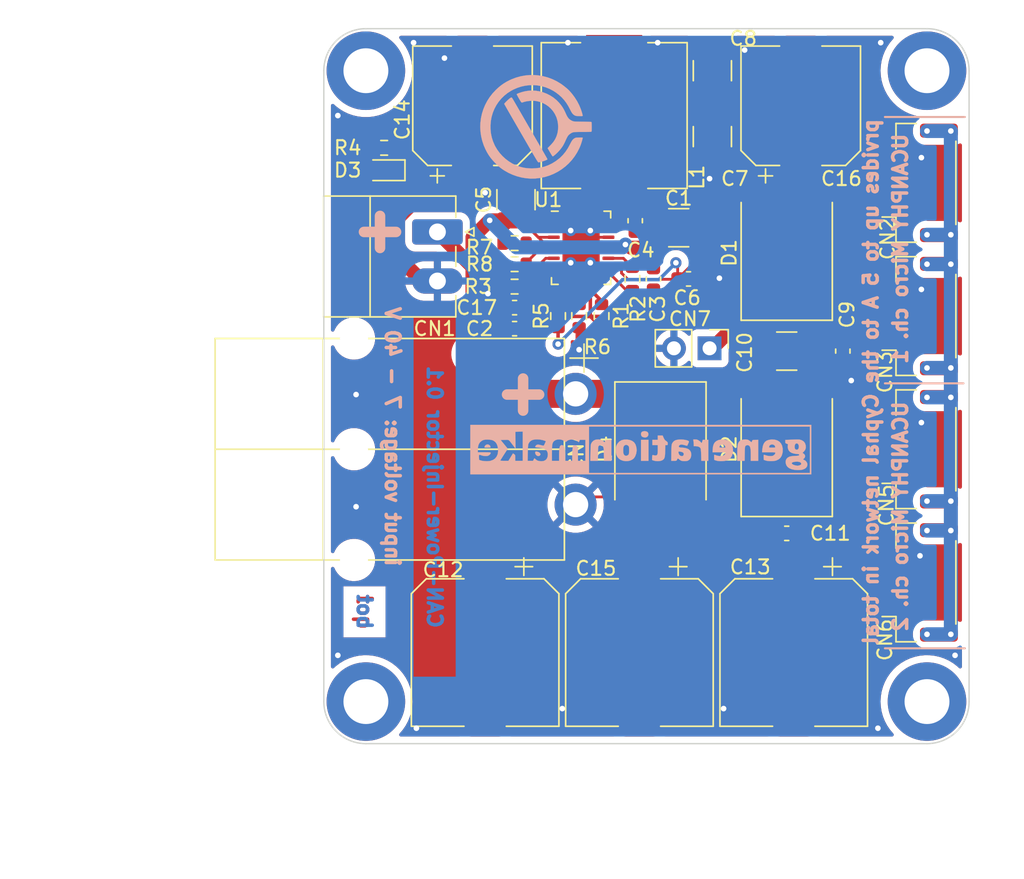
<source format=kicad_pcb>
(kicad_pcb (version 20211014) (generator pcbnew)
  (title_block (title "CAN-Power-Injector") (date "2022-11-06") (rev "0.1") (company "107-systems"))
  (layers (0 "F.Cu" signal) (31 "B.Cu" signal) (34 "B.Paste" user) (35 "F.Paste" user) (36 "B.SilkS" user "B.Silkscreen") (37 "F.SilkS" user "F.Silkscreen") (38 "B.Mask" user) (39 "F.Mask" user) (44 "Edge.Cuts" user))
  (net 0 "")
  (net 1 "+BATT")
  (net 2 "GND")
  (net 3 "VCC")
  (net 4 "/AVCC")
  (net 5 "/PVCC")
  (net 6 "/BOOT")
  (net 7 "/PHASE")
  (net 8 "/PG")
  (net 9 "/SET")
  (net 14 "/CAN1VCC")
  (net 15 "/CAN2VCC")
  (net 16 "/CAN1H")
  (net 17 "/CAN1L")
  (net 18 "/CAN2H")
  (net 19 "/CAN2L")
  (net 20 "Net-(D3-Pad2)")
  (net 21 "/FB")
  (net 22 "/SS")
  (net 23 "/EN")
  (net 24 "/MP")
  (footprint "generationmake:generationmake_small_solder" (layer "F.Cu") (at 116.98095 126.23645)
    (fp_text reference "L3" hide)
    (fp_text value "Label" hide)
  )
  (footprint "Capacitor_SMD:CP_Elec_10x10" (layer "F.Cu") (at 114.5 131.5 -90)
    (fp_text reference "C15")
    (fp_text value "220 uF / 50 V")
  )
  (footprint "Capacitor_SMD:CP_Elec_8x10" (layer "F.Cu") (at 126 92.5 90)
    (fp_text reference "C16")
    (fp_text value "1000 uF / 10 V")
  )
  (footprint "Connector_JST:JST_GH_SM04B-GHS-TB_1x04-1MP_P1.25mm_Horizontal" (layer "F.Cu") (at 134.5 107.5 90)
    (fp_text reference "CN3")
    (fp_text value "SM04B-GHS-TB")
  )
  (footprint "Capacitor_SMD:C_1210_3225Metric" (layer "F.Cu") (at 105.7 99.2 90)
    (fp_text reference "C5")
    (fp_text value "4.7uF 50V")
  )
  (footprint "Capacitor_SMD:CP_Elec_10x10" (layer "F.Cu") (at 103.5 131.5 -90)
    (fp_text reference "C12")
    (fp_text value "220 uF / 50 V")
  )
  (footprint "Connector_JST:JST_GH_SM04B-GHS-TB_1x04-1MP_P1.25mm_Horizontal" (layer "F.Cu") (at 134.5 117 90)
    (fp_text reference "CN5")
    (fp_text value "SM04B-GHS-TB")
  )
  (footprint "Inductor_SMD:L_Wuerth_HCI-1050" (layer "F.Cu") (at 112.7 93.2 90)
    (fp_text reference "L1")
    (fp_text value "7443251000 (10 uH)")
  )
  (footprint "Resistor_SMD:R_0603_1608Metric" (layer "F.Cu") (at 108.7 107.5 90)
    (fp_text reference "R5")
    (fp_text value "120k")
  )
  (footprint "Capacitor_SMD:C_1210_3225Metric" (layer "F.Cu") (at 125 110)
    (fp_text reference "C10")
    (fp_text value "47uF 10V")
  )
  (footprint "Capacitor_SMD:CP_Elec_10x10" (layer "F.Cu") (at 125.5 131.5 -90)
    (fp_text reference "C13")
    (fp_text value "220 uF / 50 V")
  )
  (footprint "Capacitor_SMD:C_0603_1608Metric" (layer "F.Cu") (at 118 104.851174)
    (fp_text reference "C6")
    (fp_text value "100 nF")
  )
  (footprint "generationmake:POWERPOLE_hor_2" (layer "F.Cu") (at 109.95 117 -90)
    (fp_text reference "CN4")
    (fp_text value "Powerpole_2")
  )
  (footprint "Connector_Phoenix_MC:PhoenixContact_MC_1,5_2-G-3.5_1x02_P3.50mm_Horizontal" (layer "F.Cu") (at 100.1 101.5 -90)
    (fp_text reference "CN1")
    (fp_text value "DNI")
  )
  (footprint "Connector_JST:JST_GH_SM04B-GHS-TB_1x04-1MP_P1.25mm_Horizontal" (layer "F.Cu") (at 134.5 126.5 90)
    (fp_text reference "CN6")
    (fp_text value "SM04B-GHS-TB")
  )
  (footprint "Capacitor_SMD:CP_Elec_8x10" (layer "F.Cu") (at 102.6 92.5 90)
    (fp_text reference "C14")
    (fp_text value "1000 uF / 10 V")
  )
  (footprint "Capacitor_SMD:C_0603_1608Metric" (layer "F.Cu") (at 105.6 108.4)
    (fp_text reference "C2")
    (fp_text value "1 uF")
  )
  (footprint "Resistor_SMD:R_0603_1608Metric" (layer "F.Cu") (at 111.8 107.5 90)
    (fp_text reference "R1")
    (fp_text value "10k")
  )
  (footprint "Capacitor_SMD:C_0603_1608Metric" (layer "F.Cu") (at 129 110 -90)
    (fp_text reference "C9")
    (fp_text value "100 nF")
  )
  (footprint "Resistor_SMD:R_0603_1608Metric" (layer "F.Cu") (at 110.2 107.5 -90)
    (fp_text reference "R6")
    (fp_text value "20k")
  )
  (footprint "Capacitor_SMD:C_0603_1608Metric" (layer "F.Cu") (at 105.6 106.9)
    (fp_text reference "C17")
    (fp_text value "10nF")
  )
  (footprint "Capacitor_SMD:C_0603_1608Metric" (layer "F.Cu") (at 115.5 104.851174 90)
    (fp_text reference "C3")
    (fp_text value "2.2 uF")
  )
  (footprint "Capacitor_SMD:C_0603_1608Metric" (layer "F.Cu") (at 114.2 100.7 90)
    (fp_text reference "C4")
    (fp_text value "100 nF")
  )
  (footprint "MountingHole:MountingHole_3.2mm_M3_DIN965_Pad" (layer "F.Cu") (at 95 90)
    (fp_text reference "H1" hide)
    (fp_text value "MountingHole_Pad")
  )
  (footprint "Diode_SMD:D_SMC" (layer "F.Cu") (at 125 103 90)
    (fp_text reference "D1")
    (fp_text value "B520C")
  )
  (footprint "Capacitor_SMD:C_1210_3225Metric" (layer "F.Cu") (at 119.7 94.7 -90)
    (fp_text reference "C7")
    (fp_text value "47uF 10V")
  )
  (footprint "Resistor_SMD:R_0603_1608Metric" (layer "F.Cu") (at 105.6 105.4 180)
    (fp_text reference "R3")
    (fp_text value "30k")
  )
  (footprint "Resistor_SMD:R_0603_1608Metric" (layer "F.Cu") (at 105.6 102.3)
    (fp_text reference "R7")
    (fp_text value "120k")
  )
  (footprint "LED_SMD:LED_0603_1608Metric" (layer "F.Cu") (at 96.3 97.1 180)
    (fp_text reference "D3")
    (fp_text value "LED green")
  )
  (footprint "Diode_SMD:D_SMC" (layer "F.Cu") (at 125 117 90)
    (fp_text reference "D2")
    (fp_text value "B520C")
  )
  (footprint "Package_DFN_QFN:QFN-28-1EP_4x5mm_P0.5mm_EP2.65x3.65mm" (layer "F.Cu") (at 110.34 102.631174)
    (fp_text reference "U1")
    (fp_text value "RAA211650")
  )
  (footprint "Diode_SMD:D_SMC" (layer "F.Cu") (at 116 117 -90)
    (fp_text reference "D4")
    (fp_text value "SMCJ40A")
  )
  (footprint "Resistor_SMD:R_0603_1608Metric" (layer "F.Cu") (at 105.6 103.8 180)
    (fp_text reference "R8")
    (fp_text value "20k")
  )
  (footprint "Capacitor_SMD:C_0603_1608Metric" (layer "F.Cu") (at 125 123 180)
    (fp_text reference "C11")
    (fp_text value "100 nF")
  )
  (footprint "Resistor_SMD:R_0603_1608Metric" (layer "F.Cu") (at 114 104.851174 -90)
    (fp_text reference "R2")
    (fp_text value "1R")
  )
  (footprint "Capacitor_SMD:C_1210_3225Metric" (layer "F.Cu") (at 117.3 101.2)
    (fp_text reference "C1")
    (fp_text value "4.7uF 50V")
  )
  (footprint "MountingHole:MountingHole_3.2mm_M3_DIN965_Pad" (layer "F.Cu") (at 135 135)
    (fp_text reference "H4" hide)
    (fp_text value "MountingHole_Pad")
  )
  (footprint "Connector_JST:JST_GH_SM04B-GHS-TB_1x04-1MP_P1.25mm_Horizontal" (layer "F.Cu") (at 134.5 98 90)
    (fp_text reference "CN2")
    (fp_text value "SM04B-GHS-TB")
  )
  (footprint "Resistor_SMD:R_0603_1608Metric" (layer "F.Cu") (at 96.3 95.5 180)
    (fp_text reference "R4")
    (fp_text value "2k2")
  )
  (footprint "MountingHole:MountingHole_3.2mm_M3_DIN965_Pad" (layer "F.Cu") (at 135 90)
    (fp_text reference "H2" hide)
    (fp_text value "MountingHole_Pad")
  )
  (footprint "Capacitor_SMD:C_1210_3225Metric" (layer "F.Cu") (at 119.7 90 90)
    (fp_text reference "C8")
    (fp_text value "47uF 10V")
  )
  (footprint "MountingHole:MountingHole_3.2mm_M3_DIN965_Pad" (layer "F.Cu") (at 95 135)
    (fp_text reference "H3" hide)
    (fp_text value "MountingHole_Pad")
  )
  (footprint "Connector_PinHeader_2.54mm:PinHeader_1x02_P2.54mm_Vertical" (layer "F.Cu") (at 119.5 109.8 -90)
    (fp_text reference "CN7")
    (fp_text value "DNI")
  )
  (footprint "generationmake:generationmake_logo" (layer "B.Cu") (at 114.6381 122.2954 180)
    (fp_text reference "L2" hide)
    (fp_text value "Label" hide)
  )
  (footprint "generationmake:opencyphal_small" (layer "B.Cu") (at 107.1 94 180)
    (fp_text reference "L4" hide)
    (fp_text value "Label" hide)
  )
  (gr_line (start 137.7 93.3) (end 132 93.3) (layer "B.SilkS") (width 0.15))
  (gr_line (start 137.6 112.3) (end 132 112.3) (layer "B.SilkS") (width 0.15))
  (gr_line (start 137.7 131.2) (end 132 131.2) (layer "B.SilkS") (width 0.15))
  (gr_line (start 92 90) (end 92 135) (layer "Edge.Cuts") (width 0.1))
  (gr_arc (start 138 135) (mid 137.12132 137.12132) (end 135 138) (layer "Edge.Cuts") (width 0.1))
  (gr_line (start 135 87) (end 95 87) (layer "Edge.Cuts") (width 0.1))
  (gr_line (start 95 138) (end 135 138) (layer "Edge.Cuts") (width 0.1))
  (gr_arc (start 135 87) (mid 137.12132 87.87868) (end 138 90) (layer "Edge.Cuts") (width 0.1))
  (gr_arc (start 95 138) (mid 92.87868 137.12132) (end 92 135) (layer "Edge.Cuts") (width 0.1))
  (gr_arc (start 92 90) (mid 92.87868 87.87868) (end 95 87) (layer "Edge.Cuts") (width 0.1))
  (gr_line (start 138 135) (end 138 90) (layer "Edge.Cuts") (width 0.1))
  (gr_text "top" (at 94.9 128.6 270) (layer "F.Cu") (effects (font (size 1 1) (thickness 0.25))))
  (gr_text "CAN-Power-Injector 0.1" (at 99.9 120.4 270) (layer "B.Cu") (effects (font (size 1 1) (thickness 0.25)) (justify mirror)))
  (gr_text "bot" (at 94.9 128.6 270) (layer "B.Cu") (effects (font (size 1 1) (thickness 0.25)) (justify mirror)))
  (gr_text "+" (at 95.8 101.5 90) (layer "B.SilkS") (effects (font (size 3 3) (thickness 0.75)) (justify mirror)))
  (gr_text "input voltage: 7 - 40 V" (at 96.9 116.1 270) (layer "B.SilkS") (effects (font (size 1 1) (thickness 0.25)) (justify mirror)))
  (gr_text "+" (at 106 113.1 90) (layer "B.SilkS") (effects (font (size 3 3) (thickness 0.75)) (justify mirror)))
  (gr_text "prvides up to 5 A to the Cyphal network in total" (at 131 112.2 90) (layer "B.SilkS") (effects (font (size 1 1) (thickness 0.25)) (justify mirror)))
  (gr_text "UCANPHY Micro ch. 1" (at 133.1 102.7 90) (layer "B.SilkS") (effects (font (size 1 1) (thickness 0.25)) (justify mirror)))
  (gr_text "UCANPHY Micro ch. 2" (at 133.1 121.8 90) (layer "B.SilkS") (effects (font (size 1 1) (thickness 0.25)) (justify mirror)))
  (segment (start 108.39 102.381174) (end 107.788281 102.381174) (width 0.2) (layer "F.Cu") (net 1))
  (segment (start 102.6 110.7) (end 103.5 111.6) (width 1) (layer "F.Cu") (net 1))
  (segment (start 102.6 101.9) (end 103.825 100.675) (width 1) (layer "F.Cu") (net 1))
  (segment (start 112.29 102.881174) (end 112.781174 102.881174) (width 0.2) (layer "F.Cu") (net 1))
  (segment (start 106.082107 100.675) (end 105.7 100.675) (width 0.2) (layer "F.Cu") (net 1))
  (segment (start 112.781174 102.881174) (end 113.018826 102.881174) (width 0.2) (layer "F.Cu") (net 1))
  (segment (start 104.775 102.2) (end 104.775 101.6) (width 0.2) (layer "F.Cu") (net 1))
  (segment (start 103.5 127.5) (end 114.5 127.5) (width 2) (layer "F.Cu") (net 1))
  (segment (start 102.6 104.1) (end 102.6 110.2) (width 1) (layer "F.Cu") (net 1))
  (segment (start 103.85 113.05) (end 103.5 113.4) (width 2) (layer "F.Cu") (net 1))
  (segment (start 104.775 101.6) (end 105.7 100.675) (width 0.2) (layer "F.Cu") (net 1))
  (segment (start 103.5 114.9) (end 103.5 127.5) (width 2) (layer "F.Cu") (net 1))
  (segment (start 115.825 101.2) (end 115.825 101.633148) (width 1) (layer "F.Cu") (net 1))
  (segment (start 113.481174 102.381174) (end 113.5 102.4) (width 0.25) (layer "F.Cu") (net 1))
  (segment (start 103.5 113.4) (end 103.5 114.9) (width 2) (layer "F.Cu") (net 1))
  (segment (start 114.833148 102.625) (end 113.9 102.625) (width 1) (layer "F.Cu") (net 1))
  (segment (start 107.788281 102.381174) (end 106.853553 101.446447) (width 0.2) (layer "F.Cu") (net 1))
  (segment (start 109.95 113.05) (end 103.85 113.05) (width 2) (layer "F.Cu") (net 1))
  (segment (start 108.39 101.881174) (end 107.28828 101.881174) (width 0.2) (layer "F.Cu") (net 1))
  (segment (start 102.6 104.1) (end 102.6 104) (width 1) (layer "F.Cu") (net 1))
  (segment (start 102.6 110.2) (end 102.6 110.7) (width 1) (layer "F.Cu") (net 1))
  (segment (start 102.6 104) (end 100.1 101.5) (width 1) (layer "F.Cu") (net 1))
  (segment (start 114.5 127.5) (end 125.5 127.5) (width 2) (layer "F.Cu") (net 1))
  (segment (start 103.825 100.675) (end 105.7 100.675) (width 1) (layer "F.Cu") (net 1))
  (segment (start 107.28828 101.881174) (end 106.853553 101.446447) (width 0.2) (layer "F.Cu") (net 1))
  (segment (start 115.45 113.05) (end 116 113.6) (width 2) (layer "F.Cu") (net 1))
  (segment (start 109.95 113.05) (end 115.45 113.05) (width 2) (layer "F.Cu") (net 1))
  (segment (start 103.5 114.9) (end 103.5 111.1) (width 2) (layer "F.Cu") (net 1))
  (segment (start 103.5 111.6) (end 103.5 113.4) (width 1) (layer "F.Cu") (net 1))
  (segment (start 103.5 111.1) (end 102.6 110.2) (width 2) (layer "F.Cu") (net 1))
  (segment (start 106.853553 101.446447) (end 106.082107 100.675) (width 0.2) (layer "F.Cu") (net 1))
  (segment (start 113.018826 102.881174) (end 113.5 102.4) (width 0.2) (layer "F.Cu") (net 1))
  (segment (start 115.825 101.633148) (end 114.833148 102.625) (width 1) (layer "F.Cu") (net 1))
  (segment (start 102.6 104) (end 102.6 101.9) (width 1) (layer "F.Cu") (net 1))
  (segment (start 112.29 102.381174) (end 113.481174 102.381174) (width 0.25) (layer "F.Cu") (net 1))
  (via (at 113.5 102.4) (size 0.8) (drill 0.4) (layers "F.Cu" "B.Cu") (net 1))
  (via (at 103.825 100.675) (size 0.8) (drill 0.4) (layers "F.Cu" "B.Cu") (net 1))
  (segment (start 113.5 102.4) (end 113.3 102.6) (width 1) (layer "B.Cu") (net 1))
  (segment (start 105.75 102.6) (end 103.825 100.675) (width 1) (layer "B.Cu") (net 1))
  (segment (start 113.3 102.6) (end 105.75 102.6) (width 1) (layer "B.Cu") (net 1))
  (segment (start 104.5995 106.8) (end 103.6995 105.9) (width 0.2) (layer "F.Cu") (net 2))
  (segment (start 111.59 101.381174) (end 110.34 102.631174) (width 0.2) (layer "F.Cu") (net 2))
  (segment (start 108.825 99.376174) (end 107.276174 99.376174) (width 0.2) (layer "F.Cu") (net 2))
  (segment (start 118.775 104.851174) (end 120.2 104.851174) (width 0.2) (layer "F.Cu") (net 2))
  (segment (start 109.09 100.181174) (end 109.09 101.381174) (width 0.2) (layer "F.Cu") (net 2))
  (segment (start 104.4 105.3) (end 103.7 106) (width 0.2) (layer "F.Cu") (net 2))
  (segment (start 132.65 105.625) (end 134.575 105.625) (width 0.25) (layer "F.Cu") (net 2))
  (segment (start 101.15 98.45) (end 103.25 98.45) (width 1) (layer "F.Cu") (net 2))
  (segment (start 104.775 105.3) (end 104.4 105.3) (width 0.2) (layer "F.Cu") (net 2))
  (segment (start 104.825 108.3) (end 104.825 106.8) (width 0.2) (layer "F.Cu") (net 2))
  (segment (start 100.1 105) (end 99 105) (width 1) (layer "F.Cu") (net 2))
  (segment (start 129 110.775) (end 129 111.5) (width 0.2) (layer "F.Cu") (net 2))
  (segment (start 103.25 98.45) (end 103.5 98.7) (width 1) (layer "F.Cu") (net 2))
  (segment (start 99 105) (end 96.8 102.8) (width 1) (layer "F.Cu") (net 2))
  (segment (start 106 99.376174) (end 105.076174 99.376174) (width 0.2) (layer "F.Cu") (net 2))
  (segment (start 134.575 105.625) (end 134.6 105.6) (width 0.25) (layer "F.Cu") (net 2))
  (segment (start 114.5 135.5) (end 120.5 135.5) (width 1) (layer "F.Cu") (net 2))
  (segment (start 101.15 98.45) (end 104.975 98.45) (width 1) (layer "F.Cu") (net 2))
  (segment (start 108.39 100.881174) (end 108.59 100.881174) (width 0.2) (layer "F.Cu") (net 2))
  (segment (start 105.076174 99.376174) (end 104.176174 99.376174) (width 0.2) (layer "F.Cu") (net 2))
  (segment (start 132.65 115.125) (end 134.575 115.125) (width 0.25) (layer "F.Cu") (net 2))
  (segment (start 104.775 103.7) (end 104.775 105.3) (width 0.2) (layer "F.Cu") (net 2))
  (segment (start 125.275 88.525) (end 126 89.25) (width 1) (layer "F.Cu") (net 2))
  (segment (start 98 97.1) (end 99.35 98.45) (width 0.25) (layer "F.Cu") (net 2))
  (segment (start 119.4 96.175) (end 119.4 97.6) (width 0.25) (layer "F.Cu") (net 2))
  (segment (start 107.4375 100.813674) (end 107.4375 99.5375) (width 0.2) (layer "F.Cu") (net 2))
  (segment (start 134.575 115.125) (end 134.6 115.1) (width 0.25) (layer "F.Cu") (net 2))
  (segment (start 126.475 110) (end 128.225 110) (width 0.2) (layer "F.Cu") (net 2))
  (segment (start 129 111.5) (end 129.6 112.1) (width 0.2) (layer "F.Cu") (net 2))
  (segment (start 134.475 124.625) (end 134.5 124.6) (width 0.25) (layer "F.Cu") (net 2))
  (segment (start 104.825 106.8) (end 104.5995 106.8) (width 0.2) (layer "F.Cu") (net 2))
  (segment (start 107.505 100.881174) (end 107.4375 100.813674) (width 0.2) (layer "F.Cu") (net 2))
  (segment (start 109.09 100.181174) (end 109.09 99.641174) (width 0.2) (layer "F.Cu") (net 2))
  (segment (start 103.6995 105.9995) (end 103.6995 105.9) (width 0.2) (layer "F.Cu") (net 2))
  (segment (start 109.09 101.381174) (end 110.34 102.631174) (width 0.2) (layer "F.Cu") (net 2))
  (segment (start 96.8 102.8) (end 96.8 101) (width 1) (layer "F.Cu") (net 2))
  (segment (start 109 135.5) (end 114.5 135.5) (width 1) (layer "F.Cu") (net 2))
  (segment (start 134.525 96.125) (end 134.6 96.2) (width 0.25) (layer "F.Cu") (net 2))
  (segment (start 132.65 124.625) (end 134.475 124.625) (width 0.25) (layer "F.Cu") (net 2))
  (segment (start 119.4 97.6) (end 119.5 97.7) (width 0.25) (layer "F.Cu") (net 2))
  (segment (start 108.005 101.381174) (end 107.4375 100.813674) (width 0.2) (layer "F.Cu") (net 2))
  (segment (start 115.5 105.626174) (end 118 105.626174) (width 0.2) (layer "F.Cu") (net 2))
  (segment (start 120.725 88.525) (end 125.275 88.525) (width 1) (layer "F.Cu") (net 2))
  (segment (start 132.65 96.125) (end 134.525 96.125) (width 0.25) (layer "F.Cu") (net 2))
  (segment (start 124.225 123) (end 121.625 120.4) (width 0.2) (layer "F.Cu") (net 2))
  (segment (start 112.29 101.381174) (end 111.59 101.381174) (width 0.2) (layer "F.Cu") (net 2))
  (segment (start 109.09 99.641174) (end 108.825 99.376174) (width 0.2) (layer "F.Cu") (net 2))
  (segment (start 108.39 101.381174) (end 109.09 101.381174) (width 0.2) (layer "F.Cu") (net 2))
  (segment (start 110.885587 103.914413) (end 111.59 104.618826) (width 0.2) (layer "F.Cu") (net 2))
  (segment (start 96.8 101) (end 99.35 98.45) (width 1) (layer "F.Cu") (net 2))
  (segment (start 120.2 104.851174) (end 120.2 104.8) (width 0.2) (layer "F.Cu") (net 2))
  (segment (start 128.225 110) (end 129 110.775) (width 0.2) (layer "F.Cu") (net 2))
  (segment (start 110.34 102.631174) (end 110.34 103.368826) (width 0.2) (layer "F.Cu") (net 2))
  (segment (start 111.59 105.081174) (end 111.59 104.618826) (width 0.2) (layer "F.Cu") (net 2))
  (segment (start 107.4375 99.5375) (end 107.276174 99.376174) (width 0.2) (layer "F.Cu") (net 2))
  (segment (start 104.975 98.45) (end 105.7 97.725) (width 1) (layer "F.Cu") (net 2))
  (segment (start 97.0875 97.1) (end 98 97.1) (width 0.25) (layer "F.Cu") (net 2))
  (segment (start 108.59 100.881174) (end 110.34 102.631174) (width 0.2) (layer "F.Cu") (net 2))
  (segment (start 125.5 135.5) (end 120.5 135.5) (width 1) (layer "F.Cu") (net 2))
  (segment (start 110.2 108.325) (end 110.2 109.9) (width 0.25) (layer "F.Cu") (net 2))
  (segment (start 108.39 101.381174) (end 108.005 101.381174) (width 0.2) (layer "F.Cu") (net 2))
  (segment (start 102.6 89.25) (end 100.75 89.25) (width 0.25) (layer "F.Cu") (net 2))
  (segment (start 100.75 89.25) (end 100.6 89.1) (width 0.25) (layer "F.Cu") (net 2))
  (segment (start 108.39 100.881174) (end 107.505 100.881174) (width 0.2) (layer "F.Cu") (net 2))
  (segment (start 116 120.4) (end 110.5 120.4) (width 0.2) (layer "F.Cu") (net 2))
  (segment (start 111.09 101.881174) (end 110.34 102.631174) (width 0.2) (layer "F.Cu") (net 2))
  (segment (start 104.176174 99.376174) (end 103.5 98.7) (width 0.2) (layer "F.Cu") (net 2))
  (segment (start 118 105.626174) (end 118.775 104.851174) (width 0.2) (layer "F.Cu") (net 2))
  (segment (start 103.7 106) (end 103.6995 105.9995) (width 0.2) (layer "F.Cu") (net 2))
  (segment (start 112.29 101.881174) (end 111.09 101.881174) (width 0.2) (layer "F.Cu") (net 2))
  (segment (start 110.34 103.368826) (end 110.885587 103.914413) (width 0.2) (layer "F.Cu") (net 2))
  (segment (start 103.5 135.5) (end 109 135.5) (width 1) (layer "F.Cu") (net 2))
  (segment (start 110.5 120.4) (end 109.95 120.95) (width 0.2) (layer "F.Cu") (net 2))
  (segment (start 121.625 120.4) (end 116 120.4) (width 0.2) (layer "F.Cu") (net 2))
  (segment (start 107.276174 99.376174) (end 106 99.376174) (width 0.2) (layer "F.Cu") (net 2))
  (segment (start 99.35 98.45) (end 101.15 98.45) (width 1) (layer "F.Cu") (net 2))
  (via (at 111 103.7) (size 0.8) (drill 0.4) (layers "F.Cu" "B.Cu") (net 2))
  (via (at 134.6 105.6) (size 0.8) (drill 0.4) (layers "F.Cu" "B.Cu") (net 2))
  (via (at 94.3 113.1) (size 0.8) (drill 0.4) (layers "F.Cu" "B.Cu") (net 2))
  (via (at 109.4 88) (size 0.8) (drill 0.4) (layers "F.Cu" "B.Cu") (net 2))
  (via (at 131.7 88) (size 0.8) (drill 0.4) (layers "F.Cu" "B.Cu") (net 2))
  (via (at 134.6 96.2) (size 0.8) (drill 0.4) (layers "F.Cu" "B.Cu") (net 2))
  (via (at 111 101.4) (size 0.8) (drill 0.4) (layers "F.Cu" "B.Cu") (net 2))
  (via (at 115.8 88) (size 0.8) (drill 0.4) (layers "F.Cu" "B.Cu") (net 2))
  (via (at 98.6 136.9) (size 0.8) (drill 0.4) (layers "F.Cu" "B.Cu") (net 2))
  (via (at 109 135.5) (size 0.8) (drill 0.4) (layers "F.Cu" "B.Cu") (net 2))
  (via (at 122 88.525) (size 0.8) (drill 0.4) (layers "F.Cu" "B.Cu") (net 2))
  (via (at 110.2 109.9) (size 0.8) (drill 0.4) (layers "F.Cu" "B.Cu") (net 2))
  (via (at 93 93.2) (size 0.8) (drill 0.4) (layers "F.Cu" "B.Cu") (net 2))
  (via (at 109.6 103.7) (size 0.8) (drill 0.4) (layers "F.Cu" "B.Cu") (net 2))
  (via (at 120.5 135.5) (size 0.8) (drill 0.4) (layers "F.Cu" "B.Cu") (net 2))
  (via (at 93 131.7) (size 0.8) (drill 0.4) (layers "F.Cu" "B.Cu") (net 2))
  (via (at 94.3 121.1) (size 0.8) (drill 0.4) (layers "F.Cu" "B.Cu") (net 2))
  (via (at 131.5 136.9) (size 0.8) (drill 0.4) (layers "F.Cu" "B.Cu") (net 2))
  (via (at 134.5 124.6) (size 0.8) (drill 0.4) (layers "F.Cu" "B.Cu") (net 2))
  (via (at 103.6995 105.9) (size 0.8) (drill 0.4) (layers "F.Cu" "B.Cu") (net 2))
  (via (at 103.5 98.7) (size 0.8) (drill 0.4) (layers "F.Cu" "B.Cu") (net 2))
  (via (at 129.6 112.1) (size 0.8) (drill 0.4) (layers "F.Cu" "B.Cu") (net 2))
  (via (at 137 131.7) (size 0.8) (drill 0.4) (layers "F.Cu" "B.Cu") (net 2))
  (via (at 134.6 115.1) (size 0.8) (drill 0.4) (layers "F.Cu" "B.Cu") (net 2))
  (via (at 109.6 101.4) (size 0.8) (drill 0.4) (layers "F.Cu" "B.Cu") (net 2))
  (via (at 98.4 88) (size 0.8) (drill 0.4) (layers "F.Cu" "B.Cu") (net 2))
  (via (at 100.6 89.1) (size 0.8) (drill 0.4) (layers "F.Cu" "B.Cu") (net 2))
  (via (at 120.2 104.8) (size 0.8) (drill 0.4) (layers "F.Cu" "B.Cu") (net 2))
  (via (at 119.5 97.7) (size 0.8) (drill 0.4) (layers "F.Cu" "B.Cu") (net 2))
  (segment (start 101.3 96.5) (end 103.5 98.7) (width 0.2) (layer "B.Cu") (net 2))
  (segment (start 101.3 96.2) (end 101.3 96.5) (width 0.2) (layer "B.Cu") (net 2))
  (segment (start 102.6 102.2) (end 102.6 99.6) (width 0.2) (layer "B.Cu") (net 2))
  (segment (start 101.3 96.2) (end 101.3 89.8) (width 0.2) (layer "B.Cu") (net 2))
  (segment (start 101.3 89.8) (end 100.6 89.1) (width 0.2) (layer "B.Cu") (net 2))
  (segment (start 102.6 99.6) (end 103.5 98.7) (width 0.2) (layer "B.Cu") (net 2))
  (segment (start 103.6 103.2) (end 102.6 102.2) (width 0.2) (layer "B.Cu") (net 2))
  (segment (start 103.6 105.8005) (end 103.6 103.2) (width 0.2) (layer "B.Cu") (net 2))
  (segment (start 103.6995 105.9) (end 103.6 105.8005) (width 0.2) (layer "B.Cu") (net 2))
  (segment (start 118.525 93.225) (end 116.775 91.475) (width 2) (layer "F.Cu") (net 3))
  (segment (start 124.4 99) (end 125 99.6) (width 2) (layer "F.Cu") (net 3))
  (segment (start 113.225 104.433281) (end 113.225 104.276174) (width 0.2) (layer "F.Cu") (net 3))
  (segment (start 112.83 103.881174) (end 112.29 103.881174) (width 0.2) (layer "F.Cu") (net 3))
  (segment (start 117.225 104.851174) (end 117.225 103.825) (width 0.2) (layer "F.Cu") (net 3))
  (segment (start 102.35 95.5) (end 102.6 95.75) (width 0.25) (layer "F.Cu") (net 3))
  (segment (start 121.8 102.7) (end 122.1 102.4) (width 1) (layer "F.Cu") (net 3))
  (segment (start 121.275 91.475) (end 115.725 91.475) (width 2) (layer "F.Cu") (net 3))
  (segment (start 113.667892 104.876174) (end 113.225 104.433281) (width 0.2) (layer "F.Cu") (net 3))
  (segment (start 122.1 99) (end 122.1 100.1) (width 2) (layer "F.Cu") (net 3))
  (segment (start 116.775 91.475) (end 115.725 91.475) (width 2) (layer "F.Cu") (net 3))
  (segment (start 106.875 91.475) (end 102.6 95.75) (width 2) (layer "F.Cu") (net 3))
  (segment (start 117.225 104.851174) (end 117.2 104.876174) (width 0.2) (layer "F.Cu") (net 3))
  (segment (start 97.125 95.5) (end 102.35 95.5) (width 0.25) (layer "F.Cu") (net 3))
  (segment (start 122.1 107.4) (end 121.8 107.7) (width 2) (layer "F.Cu") (net 3))
  (segment (start 121.8 107.7) (end 119.7 109.8) (width 1) (layer "F.Cu") (net 3))
  (segment (start 122.1 100.1) (end 122.1 102.4) (width 2) (layer "F.Cu") (net 3))
  (segment (start 113.225 104.276174) (end 112.83 103.881174) (width 0.2) (layer "F.Cu") (net 3))
  (segment (start 117.225 104.851174) (end 118.925 103.151174) (width 0.2) (layer "F.Cu") (net 3))
  (segment (start 108.7 108.325) (end 108.7 109.5) (width 0.25) (layer "F.Cu") (net 3))
  (segment (start 122.1 100.1) (end 122.1 107.4) (width 2) (layer "F.Cu") (net 3))
  (segment (start 122.1 97.6) (end 122.6 97.1) (width 2) (layer "F.Cu") (net 3))
  (segment (start 118.925 103.151174) (end 121.548826 103.151174) (width 0.2) (layer "F.Cu") (net 3))
  (segment (start 119.4 93.225) (end 118.525 93.225) (width 2) (layer "F.Cu") (net 3))
  (segment (start 125 111.475) (end 123.525 110) (width 1) (layer "F.Cu") (net 3))
  (segment (start 126 95.75) (end 126 98.6) (width 1) (layer "F.Cu") (net 3))
  (segment (start 119.7 109.8) (end 119.5 109.8) (width 1) (layer "F.Cu") (net 3))
  (segment (start 117.225 103.825) (end 117.1 103.7) (width 0.2) (layer "F.Cu") (net 3))
  (segment (start 122.1 99) (end 124.4 99) (width 2) (layer "F.Cu") (net 3))
  (segment (start 122.6 97.1) (end 122.6 92.8) (width 2) (layer "F.Cu") (net 3))
  (segment (start 115.725 91.475) (end 114.5 91.475) (width 2) (layer "F.Cu") (net 3))
  (segment (start 122.6 92.8) (end 121.275 91.475) (width 2) (layer "F.Cu") (net 3))
  (segment (start 114.5 91.475) (end 112.4 89.375) (width 2) (layer "F.Cu") (net 3))
  (segment (start 121.548826 103.151174) (end 121.8 102.9) (width 0.2) (layer "F.Cu") (net 3))
  (segment (start 125 113.6) (end 125 111.475) (width 1) (layer "F.Cu") (net 3))
  (segment (start 122.1 100.1) (end 122.1 97.6) (width 2) (layer "F.Cu") (net 3))
  (segment (start 126 98.6) (end 125 99.6) (width 1) (layer "F.Cu") (net 3))
  (segment (start 115.725 91.475) (end 106.875 91.475) (width 2) (layer "F.Cu") (net 3))
  (segment (start 122.1 99) (end 122.15 98.95) (width 2) (layer "F.Cu") (net 3))
  (segment (start 123.525 110) (end 123.525 109.425) (width 1) (layer "F.Cu") (net 3))
  (segment (start 123.525 109.425) (end 121.8 107.7) (width 1) (layer "F.Cu") (net 3))
  (segment (start 117.2 104.876174) (end 113.667892 104.876174) (width 0.2) (layer "F.Cu") (net 3))
  (via (at 108.7 109.5) (size 0.8) (drill 0.4) (layers "F.Cu" "B.Cu") (net 3))
  (via (at 117.1 103.7) (size 0.8) (drill 0.4) (layers "F.Cu" "B.Cu") (net 3))
  (segment (start 115.9 104.9) (end 117.1 103.7) (width 0.25) (layer "B.Cu") (net 3))
  (segment (start 113.3 104.9) (end 115.9 104.9) (width 0.25) (layer "B.Cu") (net 3))
  (segment (start 108.7 109.5) (end 113.3 104.9) (width 0.25) (layer "B.Cu") (net 3))
  (segment (start 108.025 107.525) (end 107.5 107) (width 0.25) (layer "F.Cu") (net 4))
  (segment (start 105.6 104.9) (end 105.925 104.575) (width 0.2) (layer "F.Cu") (net 4))
  (segment (start 108.375 105.975) (end 107.80104 105.975) (width 0.2) (layer "F.Cu") (net 4))
  (segment (start 110.59 105.847538) (end 111 106.257538) (width 0.25) (layer "F.Cu") (net 4))
  (segment (start 108.375 105.975) (end 107.925 105.975) (width 0.2) (layer "F.Cu") (net 4))
  (segment (start 111 107.525) (end 111.8 108.325) (width 0.25) (layer "F.Cu") (net 4))
  (segment (start 113.585 105.676174) (end 112.29 104.381174) (width 0.2) (layer "F.Cu") (net 4))
  (segment (start 108.39 103.381174) (end 107.818826 103.381174) (width 0.2) (layer "F.Cu") (net 4))
  (segment (start 107.818826 103.881174) (end 107.55 104.15) (width 0.25) (layer "F.Cu") (net 4))
  (segment (start 107.5 107) (end 107.5 106.4) (width 0.25) (layer "F.Cu") (net 4))
  (segment (start 106.375 108.3) (end 105.6 107.525) (width 0.2) (layer "F.Cu") (net 4))
  (segment (start 107.125 104.575) (end 107.3 104.4) (width 0.2) (layer "F.Cu") (net 4))
  (segment (start 107.925 105.975) (end 107.5 106.4) (width 0.2) (layer "F.Cu") (net 4))
  (segment (start 108.39 103.881174) (end 107.818826 103.881174) (width 0.25) (layer "F.Cu") (net 4))
  (segment (start 108.375 105.975) (end 109.405 105.975) (width 0.2) (layer "F.Cu") (net 4))
  (segment (start 114 105.692462) (end 114 105.676174) (width 0.25) (layer "F.Cu") (net 4))
  (segment (start 105.925 104.575) (end 107.125 104.575) (width 0.2) (layer "F.Cu") (net 4))
  (segment (start 111 106.257538) (end 111 107.525) (width 0.25) (layer "F.Cu") (net 4))
  (segment (start 114 105.676174) (end 113.585 105.676174) (width 0.2) (layer "F.Cu") (net 4))
  (segment (start 105.6 107.525) (end 105.6 104.9) (width 0.2) (layer "F.Cu") (net 4))
  (segment (start 109.405 105.975) (end 109.59 105.79) (width 0.2) (layer "F.Cu") (net 4))
  (segment (start 109.59 105.79) (end 109.59 105.081174) (width 0.2) (layer "F.Cu") (net 4))
  (segment (start 107.55 103.65) (end 107.55 104.15) (width 0.2) (layer "F.Cu") (net 4))
  (segment (start 107.55 104.15) (end 107.3 104.4) (width 0.25) (layer "F.Cu") (net 4))
  (segment (start 110.825 107.525) (end 108.575 107.525) (width 0.25) (layer "F.Cu") (net 4))
  (segment (start 107.80104 105.975) (end 107.80104 106.87396) (width 0.2) (layer "F.Cu") (net 4))
  (segment (start 110.825 107.525) (end 112.167462 107.525) (width 0.25) (layer "F.Cu") (net 4))
  (segment (start 107.818826 103.381174) (end 107.55 103.65) (width 0.2) (layer "F.Cu") (net 4))
  (segment (start 107.80104 106.87396) (end 106.375 108.3) (width 0.2) (layer "F.Cu") (net 4))
  (segment (start 110.59 105.081174) (end 110.59 105.847538) (width 0.25) (layer "F.Cu") (net 4))
  (segment (start 108.575 107.525) (end 108.025 107.525) (width 0.25) (layer "F.Cu") (net 4))
  (segment (start 112.167462 107.525) (end 114 105.692462) (width 0.25) (layer "F.Cu") (net 4))
  (segment (start 111 107.525) (end 110.825 107.525) (width 0.25) (layer "F.Cu") (net 4))
  (segment (start 115.45 104.026174) (end 115.5 104.076174) (width 0.2) (layer "F.Cu") (net 5))
  (segment (start 114 104.026174) (end 115.45 104.026174) (width 0.2) (layer "F.Cu") (net 5))
  (segment (start 112.29 103.381174) (end 113.355 103.381174) (width 0.2) (layer "F.Cu") (net 5))
  (segment (start 113.355 103.381174) (end 114 104.026174) (width 0.2) (layer "F.Cu") (net 5))
  (segment (start 112.29 100.881174) (end 113.606174 100.881174) (width 0.2) (layer "F.Cu") (net 6))
  (segment (start 113.606174 100.881174) (end 114.2 101.475) (width 0.2) (layer "F.Cu") (net 6))
  (segment (start 112 98.28) (end 112 97.2) (width 0.2) (layer "F.Cu") (net 7))
  (segment (start 110.09 100.181174) (end 109.8 99.891174) (width 0.2) (layer "F.Cu") (net 7))
  (segment (start 110.09 97.861174) (end 110.45 97.501174) (width 0.2) (layer "F.Cu") (net 7))
  (segment (start 109.59 100.181174) (end 109.8 99.971174) (width 0.2) (layer "F.Cu") (net 7))
  (segment (start 110.751174 97.2) (end 110.45 97.501174) (width 1) (layer "F.Cu") (net 7))
  (segment (start 109.59 99.59) (end 110.09 99.09) (width 0.2) (layer "F.Cu") (net 7))
  (segment (start 111.09 100.181174) (end 111.09 99.19) (width 0.2) (layer "F.Cu") (net 7))
  (segment (start 109.59 100.181174) (end 109.59 99.59) (width 0.2) (layer "F.Cu") (net 7))
  (segment (start 111.09 98.141174) (end 110.85 97.901174) (width 0.2) (layer "F.Cu") (net 7))
  (segment (start 114.2 99.125) (end 114.1 99.025) (width 0.25) (layer "F.Cu") (net 7))
  (segment (start 110.09 99.09) (end 110.59 98.59) (width 0.2) (layer "F.Cu") (net 7))
  (segment (start 111.59 99.21) (end 112 98.8) (width 0.2) (layer "F.Cu") (net 7))
  (segment (start 110.59 100.181174) (end 110.59 98.59) (width 0.2) (layer "F.Cu") (net 7))
  (segment (start 114.2 99.925) (end 114.2 99.125) (width 0.25) (layer "F.Cu") (net 7))
  (segment (start 112 97.2) (end 110.751174 97.2) (width 1) (layer "F.Cu") (net 7))
  (segment (start 110.59 97.661174) (end 110.6 97.651174) (width 0.2) (layer "F.Cu") (net 7))
  (segment (start 111.59 98.641174) (end 111.5 98.551174) (width 0.2) (layer "F.Cu") (net 7))
  (segment (start 110.6 97.651174) (end 110.45 97.501174) (width 0.2) (layer "F.Cu") (net 7))
  (segment (start 111.09 99.19) (end 112 98.28) (width 0.2) (layer "F.Cu") (net 7))
  (segment (start 110.09 99.31) (end 110.09 97.861174) (width 0.2) (layer "F.Cu") (net 7))
  (segment (start 111.5 98.551174) (end 110.85 97.901174) (width 0.2) (layer "F.Cu") (net 7))
  (segment (start 109.59 99.59) (end 109.59 98.361174) (width 0.2) (layer "F.Cu") (net 7))
  (segment (start 110.85 97.901174) (end 110.45 97.501174) (width 0.2) (layer "F.Cu") (net 7))
  (segment (start 112 98.8) (end 112 97.2) (width 0.2) (layer "F.Cu") (net 7))
  (segment (start 111.09 99.19) (end 111.09 98.141174) (width 0.2) (layer "F.Cu") (net 7))
  (segment (start 110.09 99.31) (end 110.09 99.09) (width 0.2) (layer "F.Cu") (net 7))
  (segment (start 110.59 98.59) (end 110.59 97.661174) (width 0.2) (layer "F.Cu") (net 7))
  (segment (start 111.59 99.21) (end 111.59 98.641174) (width 0.2) (layer "F.Cu") (net 7))
  (segment (start 109.59 98.361174) (end 110.45 97.501174) (width 0.2) (layer "F.Cu") (net 7))
  (segment (start 114.1 99.025) (end 111.973826 99.025) (width 0.2) (layer "F.Cu") (net 7))
  (segment (start 110.09 100.181174) (end 110.09 99.31) (width 0.2) (layer "F.Cu") (net 7))
  (segment (start 111.59 100.181174) (end 111.59 99.21) (width 0.2) (layer "F.Cu") (net 7))
  (segment (start 111.973826 99.025) (end 111.5 98.551174) (width 0.2) (layer "F.Cu") (net 7))
  (segment (start 111.8 106.421142) (end 111.8 106.675) (width 0.25) (layer "F.Cu") (net 8))
  (segment (start 111.09 105.081174) (end 111.09 105.711142) (width 0.25) (layer "F.Cu") (net 8))
  (segment (start 111.09 105.711142) (end 111.8 106.421142) (width 0.25) (layer "F.Cu") (net 8))
  (segment (start 108.018826 104.381174) (end 107.1 105.3) (width 0.25) (layer "F.Cu") (net 9))
  (segment (start 107.1 105.3) (end 106.425 105.3) (width 0.25) (layer "F.Cu") (net 9))
  (segment (start 108.39 104.381174) (end 108.018826 104.381174) (width 0.25) (layer "F.Cu") (net 9))
  (segment (start 130.2 106.1) (end 129.9 106.4) (width 0.5) (layer "F.Cu") (net 14))
  (segment (start 130.2 104.7) (end 130.2 106.1) (width 0.5) (layer "F.Cu") (net 14))
  (segment (start 129.9 106.4) (end 129.1 106.4) (width 0.5) (layer "F.Cu") (net 14))
  (segment (start 130.2 101.8) (end 130.2 104.7) (width 0.5) (layer "F.Cu") (net 14))
  (segment (start 130.2 101.8) (end 130.2 101) (width 0.5) (layer "F.Cu") (net 14))
  (segment (start 125 106.4) (end 129.1 106.4) (width 0.5) (layer "F.Cu") (net 14))
  (segment (start 131.325 99.875) (end 132.65 99.875) (width 0.5) (layer "F.Cu") (net 14))
  (segment (start 130.775 109.375) (end 132.65 109.375) (width 0.5) (layer "F.Cu") (net 14))
  (segment (start 130.2 101) (end 131.325 99.875) (width 0.5) (layer "F.Cu") (net 14))
  (segment (start 130.2 104.7) (end 130.2 108.8) (width 0.5) (layer "F.Cu") (net 14))
  (segment (start 130.2 108.8) (end 130.775 109.375) (width 0.5) (layer "F.Cu") (net 14))
  (segment (start 129 106.5) (end 129.1 106.4) (width 0.5) (layer "F.Cu") (net 14))
  (segment (start 129 109.225) (end 129 106.5) (width 0.5) (layer "F.Cu") (net 14))
  (segment (start 130.1 120.4) (end 130.1 119.8) (width 0.5) (layer "F.Cu") (net 15))
  (segment (start 125.775 123) (end 125.775 121.175) (width 0.5) (layer "F.Cu") (net 15))
  (segment (start 129.6 120.4) (end 130.1 120.9) (width 0.5) (layer "F.Cu") (net 15))
  (segment (start 130.1 127.6) (end 130.875 128.375) (width 0.5) (layer "F.Cu") (net 15))
  (segment (start 130.875 128.375) (end 132.65 128.375) (width 0.5) (layer "F.Cu") (net 15))
  (segment (start 130.1 119.8) (end 131.025 118.875) (width 0.5) (layer "F.Cu") (net 15))
  (segment (start 130.1 120.9) (end 130.1 123.2) (width 0.5) (layer "F.Cu") (net 15))
  (segment (start 125.775 121.175) (end 125 120.4) (width 0.5) (layer "F.Cu") (net 15))
  (segment (start 130.1 120.4) (end 130.1 120.9) (width 0.5) (layer "F.Cu") (net 15))
  (segment (start 125 120.4) (end 129.6 120.4) (width 0.5) (layer "F.Cu") (net 15))
  (segment (start 130.1 123.2) (end 130.1 127.6) (width 0.5) (layer "F.Cu") (net 15))
  (segment (start 131.025 118.875) (end 132.65 118.875) (width 0.5) (layer "F.Cu") (net 15))
  (segment (start 131.025 107.525) (end 131.025 103.175) (width 0.25) (layer "F.Cu") (net 16))
  (segment (start 133.825 99.225) (end 133.225 98.625) (width 0.25) (layer "F.Cu") (net 16))
  (segment (start 131.025 103.175) (end 133.825 100.375) (width 0.25) (layer "F.Cu") (net 16))
  (segment (start 132.65 108.125) (end 131.625 108.125) (width 0.25) (layer "F.Cu") (net 16))
  (segment (start 133.225 98.625) (end 132.65 98.625) (width 0.25) (layer "F.Cu") (net 16))
  (segment (start 131.625 108.125) (end 131.025 107.525) (width 0.25) (layer "F.Cu") (net 16))
  (segment (start 133.825 100.375) (end 133.825 99.225) (width 0.25) (layer "F.Cu") (net 16))
  (segment (start 134.275 97.775) (end 133.875 97.375) (width 0.25) (layer "F.Cu") (net 17))
  (segment (start 131.875 106.875) (end 131.475 106.475) (width 0.25) (layer "F.Cu") (net 17))
  (segment (start 133.875 97.375) (end 132.65 97.375) (width 0.25) (layer "F.Cu") (net 17))
  (segment (start 134.275 100.561396) (end 134.275 97.775) (width 0.25) (layer "F.Cu") (net 17))
  (segment (start 131.475 106.475) (end 131.475 103.361396) (width 0.25) (layer "F.Cu") (net 17))
  (segment (start 132.65 106.875) (end 131.875 106.875) (width 0.25) (layer "F.Cu") (net 17))
  (segment (start 131.475 103.361396) (end 134.275 100.561396) (width 0.25) (layer "F.Cu") (net 17))
  (segment (start 133.325 117.625) (end 132.65 117.625) (width 0.25) (layer "F.Cu") (net 18))
  (segment (start 133.825 119.221751) (end 133.825 118.125) (width 0.25) (layer "F.Cu") (net 18))
  (segment (start 133.825 118.125) (end 133.325 117.625) (width 0.25) (layer "F.Cu") (net 18))
  (segment (start 132.65 127.125) (end 131.525 127.125) (width 0.25) (layer "F.Cu") (net 18))
  (segment (start 131.025 122.02175) (end 133.825 119.221751) (width 0.25) (layer "F.Cu") (net 18))
  (segment (start 131.525 127.125) (end 131.025 126.625) (width 0.25) (layer "F.Cu") (net 18))
  (segment (start 131.025 126.625) (end 131.025 122.02175) (width 0.25) (layer "F.Cu") (net 18))
  (segment (start 132.65 125.875) (end 132.075 125.875) (width 0.25) (layer "F.Cu") (net 19))
  (segment (start 134.275 116.975) (end 133.675 116.375) (width 0.25) (layer "F.Cu") (net 19))
  (segment (start 131.475 125.275) (end 131.475 122.208147) (width 0.25) (layer "F.Cu") (net 19))
  (segment (start 132.075 125.875) (end 131.475 125.275) (width 0.25) (layer "F.Cu") (net 19))
  (segment (start 131.475 122.208147) (end 134.275 119.408147) (width 0.25) (layer "F.Cu") (net 19))
  (segment (start 134.275 119.408147) (end 134.275 116.975) (width 0.25) (layer "F.Cu") (net 19))
  (segment (start 133.675 116.375) (end 132.65 116.375) (width 0.25) (layer "F.Cu") (net 19))
  (segment (start 95.475 95.5) (end 95.475 97.0625) (width 0.25) (layer "F.Cu") (net 20))
  (segment (start 95.475 97.0625) (end 95.5125 97.1) (width 0.25) (layer "F.Cu") (net 20))
  (segment (start 110.09 105.081174) (end 110.09 106.565) (width 0.25) (layer "F.Cu") (net 21))
  (segment (start 110.09 106.565) (end 110.2 106.675) (width 0.25) (layer "F.Cu") (net 21))
  (segment (start 108.7 106.675) (end 110.2 106.675) (width 0.25) (layer "F.Cu") (net 21))
  (segment (start 109.09 105.081174) (end 109.09 105.41) (width 0.25) (layer "F.Cu") (net 22))
  (segment (start 107.625 105.55) (end 106.375 106.8) (width 0.25) (layer "F.Cu") (net 22))
  (segment (start 109.09 105.41) (end 108.95 105.55) (width 0.25) (layer "F.Cu") (net 22))
  (segment (start 108.95 105.55) (end 107.625 105.55) (width 0.25) (layer "F.Cu") (net 22))
  (segment (start 107.243826 102.881174) (end 106.425 103.7) (width 0.2) (layer "F.Cu") (net 23))
  (segment (start 108.39 102.881174) (end 107.243826 102.881174) (width 0.2) (layer "F.Cu") (net 23))
  (segment (start 107.106174 102.881174) (end 106.425 102.2) (width 0.2) (layer "F.Cu") (net 23))
  (segment (start 108.39 102.881174) (end 107.106174 102.881174) (width 0.2) (layer "F.Cu") (net 23))
  (via (at 136.7 122.8) (size 0.8) (drill 0.4) (layers "F.Cu" "B.Cu") (net 24))
  (via (at 135 111.2) (size 0.8) (drill 0.4) (layers "F.Cu" "B.Cu") (net 24))
  (via (at 135 103.8) (size 0.8) (drill 0.4) (layers "F.Cu" "B.Cu") (net 24))
  (via (at 136.7 120.7) (size 0.8) (drill 0.4) (layers "F.Cu" "B.Cu") (net 24))
  (via (at 135 113.3) (size 0.8) (drill 0.4) (layers "F.Cu" "B.Cu") (net 24))
  (via (at 135 94.3) (size 0.8) (drill 0.4) (layers "F.Cu" "B.Cu") (net 24))
  (via (at 136.7 111.2) (size 0.8) (drill 0.4) (layers "F.Cu" "B.Cu") (net 24))
  (via (at 135 130.2) (size 0.8) (drill 0.4) (layers "F.Cu" "B.Cu") (net 24))
  (via (at 136.7 94.3) (size 0.8) (drill 0.4) (layers "F.Cu" "B.Cu") (net 24))
  (via (at 136.7 130.2) (size 0.8) (drill 0.4) (layers "F.Cu" "B.Cu") (net 24))
  (via (at 135 120.7) (size 0.8) (drill 0.4) (layers "F.Cu" "B.Cu") (net 24))
  (via (at 135 101.7) (size 0.8) (drill 0.4) (layers "F.Cu" "B.Cu") (net 24))
  (via (at 136.7 113.3) (size 0.8) (drill 0.4) (layers "F.Cu" "B.Cu") (net 24))
  (via (at 136.7 103.8) (size 0.8) (drill 0.4) (layers "F.Cu" "B.Cu") (net 24))
  (via (at 136.7 101.7) (size 0.8) (drill 0.4) (layers "F.Cu" "B.Cu") (net 24))
  (via (at 135 122.8) (size 0.8) (drill 0.4) (layers "F.Cu" "B.Cu") (net 24))
  (segment (start 136.7 111.2) (end 136.7 113.3) (width 1) (layer "B.Cu") (net 24))
  (segment (start 135 122.8) (end 136.7 122.8) (width 1) (layer "B.Cu") (net 24))
  (segment (start 136.7 122.8) (end 136.7 120.7) (width 1) (layer "B.Cu") (net 24))
  (segment (start 135 120.7) (end 136.7 120.7) (width 1) (layer "B.Cu") (net 24))
  (segment (start 135 103.8) (end 136.7 103.8) (width 1) (layer "B.Cu") (net 24))
  (segment (start 136.7 101.7) (end 136.7 103.8) (width 1) (layer "B.Cu") (net 24))
  (segment (start 136.7 113.3) (end 136.7 120.7) (width 1) (layer "B.Cu") (net 24))
  (segment (start 136.7 130.2) (end 136.7 122.8) (width 1) (layer "B.Cu") (net 24))
  (segment (start 135 94.3) (end 136.7 94.3) (width 1) (layer "B.Cu") (net 24))
  (segment (start 135 130.2) (end 136.7 130.2) (width 1) (layer "B.Cu") (net 24))
  (segment (start 135 111.2) (end 136.7 111.2) (width 1) (layer "B.Cu") (net 24))
  (segment (start 136.7 94.3) (end 136.7 101.7) (width 1) (layer "B.Cu") (net 24))
  (segment (start 136.7 103.8) (end 136.7 111.2) (width 1) (layer "B.Cu") (net 24))
  (segment (start 135 101.7) (end 136.7 101.7) (width 1) (layer "B.Cu") (net 24))
  (segment (start 135 113.3) (end 136.7 113.3) (width 1) (layer "B.Cu") (net 24))
  (zone (net 7) (net_name "/PHASE") (layer "F.Cu") (priority 1) (connect_pads (clearance 0.2)) (min_thickness 0.2) (fill yes (thermal_gap 0.2) (thermal_bridge_width 0.2))
    (polygon (pts (xy 114.8 97.8) (xy 114.8 99.2) (xy 114.4 99.6) (xy 109.4 99.6) (xy 109.4 97.7) (xy 110.7 96.2) (xy 113.2 96.2)))
  )
  (zone (net 2) (net_name "GND") (layer "F.Cu") (connect_pads (clearance 0.508)) (min_thickness 0.254) (fill yes (thermal_gap 0.508) (thermal_bridge_width 0.508))
    (polygon (pts (xy 139 139) (xy 91 139) (xy 91 86) (xy 139 86)))
  )
  (zone (net 2) (net_name "GND") (layer "B.Cu") (connect_pads (clearance 0.508)) (min_thickness 0.254) (fill yes (thermal_gap 0.508) (thermal_bridge_width 0.508))
    (polygon (pts (xy 139 139) (xy 91 139) (xy 91 86) (xy 139 86)))
  )
)
</source>
